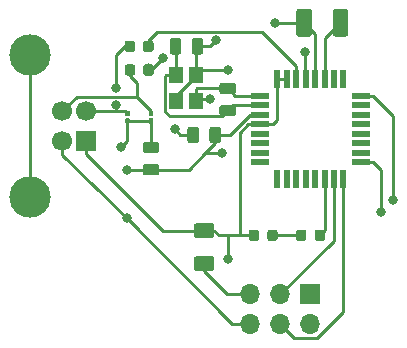
<source format=gbr>
G04 #@! TF.GenerationSoftware,KiCad,Pcbnew,(5.1.5-0-10_14)*
G04 #@! TF.CreationDate,2020-04-17T14:33:50+12:00*
G04 #@! TF.ProjectId,ZapierStompBox,5a617069-6572-4537-946f-6d70426f782e,rev?*
G04 #@! TF.SameCoordinates,Original*
G04 #@! TF.FileFunction,Copper,L1,Top*
G04 #@! TF.FilePolarity,Positive*
%FSLAX46Y46*%
G04 Gerber Fmt 4.6, Leading zero omitted, Abs format (unit mm)*
G04 Created by KiCad (PCBNEW (5.1.5-0-10_14)) date 2020-04-17 14:33:50*
%MOMM*%
%LPD*%
G04 APERTURE LIST*
%ADD10C,0.100000*%
%ADD11R,1.700000X1.700000*%
%ADD12C,1.700000*%
%ADD13C,3.500000*%
%ADD14O,1.700000X1.700000*%
%ADD15R,1.600000X0.550000*%
%ADD16R,0.550000X1.600000*%
%ADD17R,1.200000X1.400000*%
%ADD18C,0.800000*%
%ADD19C,0.250000*%
G04 APERTURE END LIST*
G04 #@! TA.AperFunction,SMDPad,CuDef*
D10*
G36*
X382649504Y57023796D02*
G01*
X382673773Y57020196D01*
X382697571Y57014235D01*
X382720671Y57005970D01*
X382742849Y56995480D01*
X382763893Y56982867D01*
X382783598Y56968253D01*
X382801777Y56951777D01*
X382818253Y56933598D01*
X382832867Y56913893D01*
X382845480Y56892849D01*
X382855970Y56870671D01*
X382864235Y56847571D01*
X382870196Y56823773D01*
X382873796Y56799504D01*
X382875000Y56775000D01*
X382875000Y56025000D01*
X382873796Y56000496D01*
X382870196Y55976227D01*
X382864235Y55952429D01*
X382855970Y55929329D01*
X382845480Y55907151D01*
X382832867Y55886107D01*
X382818253Y55866402D01*
X382801777Y55848223D01*
X382783598Y55831747D01*
X382763893Y55817133D01*
X382742849Y55804520D01*
X382720671Y55794030D01*
X382697571Y55785765D01*
X382673773Y55779804D01*
X382649504Y55776204D01*
X382625000Y55775000D01*
X381375000Y55775000D01*
X381350496Y55776204D01*
X381326227Y55779804D01*
X381302429Y55785765D01*
X381279329Y55794030D01*
X381257151Y55804520D01*
X381236107Y55817133D01*
X381216402Y55831747D01*
X381198223Y55848223D01*
X381181747Y55866402D01*
X381167133Y55886107D01*
X381154520Y55907151D01*
X381144030Y55929329D01*
X381135765Y55952429D01*
X381129804Y55976227D01*
X381126204Y56000496D01*
X381125000Y56025000D01*
X381125000Y56775000D01*
X381126204Y56799504D01*
X381129804Y56823773D01*
X381135765Y56847571D01*
X381144030Y56870671D01*
X381154520Y56892849D01*
X381167133Y56913893D01*
X381181747Y56933598D01*
X381198223Y56951777D01*
X381216402Y56968253D01*
X381236107Y56982867D01*
X381257151Y56995480D01*
X381279329Y57005970D01*
X381302429Y57014235D01*
X381326227Y57020196D01*
X381350496Y57023796D01*
X381375000Y57025000D01*
X382625000Y57025000D01*
X382649504Y57023796D01*
G37*
G04 #@! TD.AperFunction*
G04 #@! TA.AperFunction,SMDPad,CuDef*
G36*
X382649504Y54223796D02*
G01*
X382673773Y54220196D01*
X382697571Y54214235D01*
X382720671Y54205970D01*
X382742849Y54195480D01*
X382763893Y54182867D01*
X382783598Y54168253D01*
X382801777Y54151777D01*
X382818253Y54133598D01*
X382832867Y54113893D01*
X382845480Y54092849D01*
X382855970Y54070671D01*
X382864235Y54047571D01*
X382870196Y54023773D01*
X382873796Y53999504D01*
X382875000Y53975000D01*
X382875000Y53225000D01*
X382873796Y53200496D01*
X382870196Y53176227D01*
X382864235Y53152429D01*
X382855970Y53129329D01*
X382845480Y53107151D01*
X382832867Y53086107D01*
X382818253Y53066402D01*
X382801777Y53048223D01*
X382783598Y53031747D01*
X382763893Y53017133D01*
X382742849Y53004520D01*
X382720671Y52994030D01*
X382697571Y52985765D01*
X382673773Y52979804D01*
X382649504Y52976204D01*
X382625000Y52975000D01*
X381375000Y52975000D01*
X381350496Y52976204D01*
X381326227Y52979804D01*
X381302429Y52985765D01*
X381279329Y52994030D01*
X381257151Y53004520D01*
X381236107Y53017133D01*
X381216402Y53031747D01*
X381198223Y53048223D01*
X381181747Y53066402D01*
X381167133Y53086107D01*
X381154520Y53107151D01*
X381144030Y53129329D01*
X381135765Y53152429D01*
X381129804Y53176227D01*
X381126204Y53200496D01*
X381125000Y53225000D01*
X381125000Y53975000D01*
X381126204Y53999504D01*
X381129804Y54023773D01*
X381135765Y54047571D01*
X381144030Y54070671D01*
X381154520Y54092849D01*
X381167133Y54113893D01*
X381181747Y54133598D01*
X381198223Y54151777D01*
X381216402Y54168253D01*
X381236107Y54182867D01*
X381257151Y54195480D01*
X381279329Y54205970D01*
X381302429Y54214235D01*
X381326227Y54220196D01*
X381350496Y54223796D01*
X381375000Y54225000D01*
X382625000Y54225000D01*
X382649504Y54223796D01*
G37*
G04 #@! TD.AperFunction*
G04 #@! TA.AperFunction,SMDPad,CuDef*
G36*
X393974505Y75173796D02*
G01*
X393998773Y75170196D01*
X394022572Y75164235D01*
X394045671Y75155970D01*
X394067850Y75145480D01*
X394088893Y75132868D01*
X394108599Y75118253D01*
X394126777Y75101777D01*
X394143253Y75083599D01*
X394157868Y75063893D01*
X394170480Y75042850D01*
X394180970Y75020671D01*
X394189235Y74997572D01*
X394195196Y74973773D01*
X394198796Y74949505D01*
X394200000Y74925001D01*
X394200000Y73074999D01*
X394198796Y73050495D01*
X394195196Y73026227D01*
X394189235Y73002428D01*
X394180970Y72979329D01*
X394170480Y72957150D01*
X394157868Y72936107D01*
X394143253Y72916401D01*
X394126777Y72898223D01*
X394108599Y72881747D01*
X394088893Y72867132D01*
X394067850Y72854520D01*
X394045671Y72844030D01*
X394022572Y72835765D01*
X393998773Y72829804D01*
X393974505Y72826204D01*
X393950001Y72825000D01*
X393124999Y72825000D01*
X393100495Y72826204D01*
X393076227Y72829804D01*
X393052428Y72835765D01*
X393029329Y72844030D01*
X393007150Y72854520D01*
X392986107Y72867132D01*
X392966401Y72881747D01*
X392948223Y72898223D01*
X392931747Y72916401D01*
X392917132Y72936107D01*
X392904520Y72957150D01*
X392894030Y72979329D01*
X392885765Y73002428D01*
X392879804Y73026227D01*
X392876204Y73050495D01*
X392875000Y73074999D01*
X392875000Y74925001D01*
X392876204Y74949505D01*
X392879804Y74973773D01*
X392885765Y74997572D01*
X392894030Y75020671D01*
X392904520Y75042850D01*
X392917132Y75063893D01*
X392931747Y75083599D01*
X392948223Y75101777D01*
X392966401Y75118253D01*
X392986107Y75132868D01*
X393007150Y75145480D01*
X393029329Y75155970D01*
X393052428Y75164235D01*
X393076227Y75170196D01*
X393100495Y75173796D01*
X393124999Y75175000D01*
X393950001Y75175000D01*
X393974505Y75173796D01*
G37*
G04 #@! TD.AperFunction*
G04 #@! TA.AperFunction,SMDPad,CuDef*
G36*
X390899505Y75173796D02*
G01*
X390923773Y75170196D01*
X390947572Y75164235D01*
X390970671Y75155970D01*
X390992850Y75145480D01*
X391013893Y75132868D01*
X391033599Y75118253D01*
X391051777Y75101777D01*
X391068253Y75083599D01*
X391082868Y75063893D01*
X391095480Y75042850D01*
X391105970Y75020671D01*
X391114235Y74997572D01*
X391120196Y74973773D01*
X391123796Y74949505D01*
X391125000Y74925001D01*
X391125000Y73074999D01*
X391123796Y73050495D01*
X391120196Y73026227D01*
X391114235Y73002428D01*
X391105970Y72979329D01*
X391095480Y72957150D01*
X391082868Y72936107D01*
X391068253Y72916401D01*
X391051777Y72898223D01*
X391033599Y72881747D01*
X391013893Y72867132D01*
X390992850Y72854520D01*
X390970671Y72844030D01*
X390947572Y72835765D01*
X390923773Y72829804D01*
X390899505Y72826204D01*
X390875001Y72825000D01*
X390049999Y72825000D01*
X390025495Y72826204D01*
X390001227Y72829804D01*
X389977428Y72835765D01*
X389954329Y72844030D01*
X389932150Y72854520D01*
X389911107Y72867132D01*
X389891401Y72881747D01*
X389873223Y72898223D01*
X389856747Y72916401D01*
X389842132Y72936107D01*
X389829520Y72957150D01*
X389819030Y72979329D01*
X389810765Y73002428D01*
X389804804Y73026227D01*
X389801204Y73050495D01*
X389800000Y73074999D01*
X389800000Y74925001D01*
X389801204Y74949505D01*
X389804804Y74973773D01*
X389810765Y74997572D01*
X389819030Y75020671D01*
X389829520Y75042850D01*
X389842132Y75063893D01*
X389856747Y75083599D01*
X389873223Y75101777D01*
X389891401Y75118253D01*
X389911107Y75132868D01*
X389932150Y75145480D01*
X389954329Y75155970D01*
X389977428Y75164235D01*
X390001227Y75170196D01*
X390025495Y75173796D01*
X390049999Y75175000D01*
X390875001Y75175000D01*
X390899505Y75173796D01*
G37*
G04 #@! TD.AperFunction*
G04 #@! TA.AperFunction,SMDPad,CuDef*
G36*
X381330142Y65198826D02*
G01*
X381353803Y65195316D01*
X381377007Y65189504D01*
X381399529Y65181446D01*
X381421153Y65171218D01*
X381441670Y65158921D01*
X381460883Y65144671D01*
X381478607Y65128607D01*
X381494671Y65110883D01*
X381508921Y65091670D01*
X381521218Y65071153D01*
X381531446Y65049529D01*
X381539504Y65027007D01*
X381545316Y65003803D01*
X381548826Y64980142D01*
X381550000Y64956250D01*
X381550000Y64043750D01*
X381548826Y64019858D01*
X381545316Y63996197D01*
X381539504Y63972993D01*
X381531446Y63950471D01*
X381521218Y63928847D01*
X381508921Y63908330D01*
X381494671Y63889117D01*
X381478607Y63871393D01*
X381460883Y63855329D01*
X381441670Y63841079D01*
X381421153Y63828782D01*
X381399529Y63818554D01*
X381377007Y63810496D01*
X381353803Y63804684D01*
X381330142Y63801174D01*
X381306250Y63800000D01*
X380818750Y63800000D01*
X380794858Y63801174D01*
X380771197Y63804684D01*
X380747993Y63810496D01*
X380725471Y63818554D01*
X380703847Y63828782D01*
X380683330Y63841079D01*
X380664117Y63855329D01*
X380646393Y63871393D01*
X380630329Y63889117D01*
X380616079Y63908330D01*
X380603782Y63928847D01*
X380593554Y63950471D01*
X380585496Y63972993D01*
X380579684Y63996197D01*
X380576174Y64019858D01*
X380575000Y64043750D01*
X380575000Y64956250D01*
X380576174Y64980142D01*
X380579684Y65003803D01*
X380585496Y65027007D01*
X380593554Y65049529D01*
X380603782Y65071153D01*
X380616079Y65091670D01*
X380630329Y65110883D01*
X380646393Y65128607D01*
X380664117Y65144671D01*
X380683330Y65158921D01*
X380703847Y65171218D01*
X380725471Y65181446D01*
X380747993Y65189504D01*
X380771197Y65195316D01*
X380794858Y65198826D01*
X380818750Y65200000D01*
X381306250Y65200000D01*
X381330142Y65198826D01*
G37*
G04 #@! TD.AperFunction*
G04 #@! TA.AperFunction,SMDPad,CuDef*
G36*
X383205142Y65198826D02*
G01*
X383228803Y65195316D01*
X383252007Y65189504D01*
X383274529Y65181446D01*
X383296153Y65171218D01*
X383316670Y65158921D01*
X383335883Y65144671D01*
X383353607Y65128607D01*
X383369671Y65110883D01*
X383383921Y65091670D01*
X383396218Y65071153D01*
X383406446Y65049529D01*
X383414504Y65027007D01*
X383420316Y65003803D01*
X383423826Y64980142D01*
X383425000Y64956250D01*
X383425000Y64043750D01*
X383423826Y64019858D01*
X383420316Y63996197D01*
X383414504Y63972993D01*
X383406446Y63950471D01*
X383396218Y63928847D01*
X383383921Y63908330D01*
X383369671Y63889117D01*
X383353607Y63871393D01*
X383335883Y63855329D01*
X383316670Y63841079D01*
X383296153Y63828782D01*
X383274529Y63818554D01*
X383252007Y63810496D01*
X383228803Y63804684D01*
X383205142Y63801174D01*
X383181250Y63800000D01*
X382693750Y63800000D01*
X382669858Y63801174D01*
X382646197Y63804684D01*
X382622993Y63810496D01*
X382600471Y63818554D01*
X382578847Y63828782D01*
X382558330Y63841079D01*
X382539117Y63855329D01*
X382521393Y63871393D01*
X382505329Y63889117D01*
X382491079Y63908330D01*
X382478782Y63928847D01*
X382468554Y63950471D01*
X382460496Y63972993D01*
X382454684Y63996197D01*
X382451174Y64019858D01*
X382450000Y64043750D01*
X382450000Y64956250D01*
X382451174Y64980142D01*
X382454684Y65003803D01*
X382460496Y65027007D01*
X382468554Y65049529D01*
X382478782Y65071153D01*
X382491079Y65091670D01*
X382505329Y65110883D01*
X382521393Y65128607D01*
X382539117Y65144671D01*
X382558330Y65158921D01*
X382578847Y65171218D01*
X382600471Y65181446D01*
X382622993Y65189504D01*
X382646197Y65195316D01*
X382669858Y65198826D01*
X382693750Y65200000D01*
X383181250Y65200000D01*
X383205142Y65198826D01*
G37*
G04 #@! TD.AperFunction*
G04 #@! TA.AperFunction,SMDPad,CuDef*
G36*
X381705142Y72698826D02*
G01*
X381728803Y72695316D01*
X381752007Y72689504D01*
X381774529Y72681446D01*
X381796153Y72671218D01*
X381816670Y72658921D01*
X381835883Y72644671D01*
X381853607Y72628607D01*
X381869671Y72610883D01*
X381883921Y72591670D01*
X381896218Y72571153D01*
X381906446Y72549529D01*
X381914504Y72527007D01*
X381920316Y72503803D01*
X381923826Y72480142D01*
X381925000Y72456250D01*
X381925000Y71543750D01*
X381923826Y71519858D01*
X381920316Y71496197D01*
X381914504Y71472993D01*
X381906446Y71450471D01*
X381896218Y71428847D01*
X381883921Y71408330D01*
X381869671Y71389117D01*
X381853607Y71371393D01*
X381835883Y71355329D01*
X381816670Y71341079D01*
X381796153Y71328782D01*
X381774529Y71318554D01*
X381752007Y71310496D01*
X381728803Y71304684D01*
X381705142Y71301174D01*
X381681250Y71300000D01*
X381193750Y71300000D01*
X381169858Y71301174D01*
X381146197Y71304684D01*
X381122993Y71310496D01*
X381100471Y71318554D01*
X381078847Y71328782D01*
X381058330Y71341079D01*
X381039117Y71355329D01*
X381021393Y71371393D01*
X381005329Y71389117D01*
X380991079Y71408330D01*
X380978782Y71428847D01*
X380968554Y71450471D01*
X380960496Y71472993D01*
X380954684Y71496197D01*
X380951174Y71519858D01*
X380950000Y71543750D01*
X380950000Y72456250D01*
X380951174Y72480142D01*
X380954684Y72503803D01*
X380960496Y72527007D01*
X380968554Y72549529D01*
X380978782Y72571153D01*
X380991079Y72591670D01*
X381005329Y72610883D01*
X381021393Y72628607D01*
X381039117Y72644671D01*
X381058330Y72658921D01*
X381078847Y72671218D01*
X381100471Y72681446D01*
X381122993Y72689504D01*
X381146197Y72695316D01*
X381169858Y72698826D01*
X381193750Y72700000D01*
X381681250Y72700000D01*
X381705142Y72698826D01*
G37*
G04 #@! TD.AperFunction*
G04 #@! TA.AperFunction,SMDPad,CuDef*
G36*
X379830142Y72698826D02*
G01*
X379853803Y72695316D01*
X379877007Y72689504D01*
X379899529Y72681446D01*
X379921153Y72671218D01*
X379941670Y72658921D01*
X379960883Y72644671D01*
X379978607Y72628607D01*
X379994671Y72610883D01*
X380008921Y72591670D01*
X380021218Y72571153D01*
X380031446Y72549529D01*
X380039504Y72527007D01*
X380045316Y72503803D01*
X380048826Y72480142D01*
X380050000Y72456250D01*
X380050000Y71543750D01*
X380048826Y71519858D01*
X380045316Y71496197D01*
X380039504Y71472993D01*
X380031446Y71450471D01*
X380021218Y71428847D01*
X380008921Y71408330D01*
X379994671Y71389117D01*
X379978607Y71371393D01*
X379960883Y71355329D01*
X379941670Y71341079D01*
X379921153Y71328782D01*
X379899529Y71318554D01*
X379877007Y71310496D01*
X379853803Y71304684D01*
X379830142Y71301174D01*
X379806250Y71300000D01*
X379318750Y71300000D01*
X379294858Y71301174D01*
X379271197Y71304684D01*
X379247993Y71310496D01*
X379225471Y71318554D01*
X379203847Y71328782D01*
X379183330Y71341079D01*
X379164117Y71355329D01*
X379146393Y71371393D01*
X379130329Y71389117D01*
X379116079Y71408330D01*
X379103782Y71428847D01*
X379093554Y71450471D01*
X379085496Y71472993D01*
X379079684Y71496197D01*
X379076174Y71519858D01*
X379075000Y71543750D01*
X379075000Y72456250D01*
X379076174Y72480142D01*
X379079684Y72503803D01*
X379085496Y72527007D01*
X379093554Y72549529D01*
X379103782Y72571153D01*
X379116079Y72591670D01*
X379130329Y72610883D01*
X379146393Y72628607D01*
X379164117Y72644671D01*
X379183330Y72658921D01*
X379203847Y72671218D01*
X379225471Y72681446D01*
X379247993Y72689504D01*
X379271197Y72695316D01*
X379294858Y72698826D01*
X379318750Y72700000D01*
X379806250Y72700000D01*
X379830142Y72698826D01*
G37*
G04 #@! TD.AperFunction*
G04 #@! TA.AperFunction,SMDPad,CuDef*
G36*
X392027691Y56473947D02*
G01*
X392048926Y56470797D01*
X392069750Y56465581D01*
X392089962Y56458349D01*
X392109368Y56449170D01*
X392127781Y56438134D01*
X392145024Y56425346D01*
X392160930Y56410930D01*
X392175346Y56395024D01*
X392188134Y56377781D01*
X392199170Y56359368D01*
X392208349Y56339962D01*
X392215581Y56319750D01*
X392220797Y56298926D01*
X392223947Y56277691D01*
X392225000Y56256250D01*
X392225000Y55743750D01*
X392223947Y55722309D01*
X392220797Y55701074D01*
X392215581Y55680250D01*
X392208349Y55660038D01*
X392199170Y55640632D01*
X392188134Y55622219D01*
X392175346Y55604976D01*
X392160930Y55589070D01*
X392145024Y55574654D01*
X392127781Y55561866D01*
X392109368Y55550830D01*
X392089962Y55541651D01*
X392069750Y55534419D01*
X392048926Y55529203D01*
X392027691Y55526053D01*
X392006250Y55525000D01*
X391568750Y55525000D01*
X391547309Y55526053D01*
X391526074Y55529203D01*
X391505250Y55534419D01*
X391485038Y55541651D01*
X391465632Y55550830D01*
X391447219Y55561866D01*
X391429976Y55574654D01*
X391414070Y55589070D01*
X391399654Y55604976D01*
X391386866Y55622219D01*
X391375830Y55640632D01*
X391366651Y55660038D01*
X391359419Y55680250D01*
X391354203Y55701074D01*
X391351053Y55722309D01*
X391350000Y55743750D01*
X391350000Y56256250D01*
X391351053Y56277691D01*
X391354203Y56298926D01*
X391359419Y56319750D01*
X391366651Y56339962D01*
X391375830Y56359368D01*
X391386866Y56377781D01*
X391399654Y56395024D01*
X391414070Y56410930D01*
X391429976Y56425346D01*
X391447219Y56438134D01*
X391465632Y56449170D01*
X391485038Y56458349D01*
X391505250Y56465581D01*
X391526074Y56470797D01*
X391547309Y56473947D01*
X391568750Y56475000D01*
X392006250Y56475000D01*
X392027691Y56473947D01*
G37*
G04 #@! TD.AperFunction*
G04 #@! TA.AperFunction,SMDPad,CuDef*
G36*
X390452691Y56473947D02*
G01*
X390473926Y56470797D01*
X390494750Y56465581D01*
X390514962Y56458349D01*
X390534368Y56449170D01*
X390552781Y56438134D01*
X390570024Y56425346D01*
X390585930Y56410930D01*
X390600346Y56395024D01*
X390613134Y56377781D01*
X390624170Y56359368D01*
X390633349Y56339962D01*
X390640581Y56319750D01*
X390645797Y56298926D01*
X390648947Y56277691D01*
X390650000Y56256250D01*
X390650000Y55743750D01*
X390648947Y55722309D01*
X390645797Y55701074D01*
X390640581Y55680250D01*
X390633349Y55660038D01*
X390624170Y55640632D01*
X390613134Y55622219D01*
X390600346Y55604976D01*
X390585930Y55589070D01*
X390570024Y55574654D01*
X390552781Y55561866D01*
X390534368Y55550830D01*
X390514962Y55541651D01*
X390494750Y55534419D01*
X390473926Y55529203D01*
X390452691Y55526053D01*
X390431250Y55525000D01*
X389993750Y55525000D01*
X389972309Y55526053D01*
X389951074Y55529203D01*
X389930250Y55534419D01*
X389910038Y55541651D01*
X389890632Y55550830D01*
X389872219Y55561866D01*
X389854976Y55574654D01*
X389839070Y55589070D01*
X389824654Y55604976D01*
X389811866Y55622219D01*
X389800830Y55640632D01*
X389791651Y55660038D01*
X389784419Y55680250D01*
X389779203Y55701074D01*
X389776053Y55722309D01*
X389775000Y55743750D01*
X389775000Y56256250D01*
X389776053Y56277691D01*
X389779203Y56298926D01*
X389784419Y56319750D01*
X389791651Y56339962D01*
X389800830Y56359368D01*
X389811866Y56377781D01*
X389824654Y56395024D01*
X389839070Y56410930D01*
X389854976Y56425346D01*
X389872219Y56438134D01*
X389890632Y56449170D01*
X389910038Y56458349D01*
X389930250Y56465581D01*
X389951074Y56470797D01*
X389972309Y56473947D01*
X389993750Y56475000D01*
X390431250Y56475000D01*
X390452691Y56473947D01*
G37*
G04 #@! TD.AperFunction*
G04 #@! TA.AperFunction,SMDPad,CuDef*
G36*
X375609802Y65909518D02*
G01*
X375619509Y65908079D01*
X375629028Y65905694D01*
X375638268Y65902388D01*
X375647140Y65898192D01*
X375655557Y65893147D01*
X375663439Y65887301D01*
X375670711Y65880711D01*
X375677301Y65873439D01*
X375683147Y65865557D01*
X375688192Y65857140D01*
X375692388Y65848268D01*
X375695694Y65839028D01*
X375698079Y65829509D01*
X375699518Y65819802D01*
X375700000Y65810000D01*
X375700000Y65550000D01*
X375699518Y65540198D01*
X375698079Y65530491D01*
X375695694Y65520972D01*
X375692388Y65511732D01*
X375688192Y65502860D01*
X375683147Y65494443D01*
X375677301Y65486561D01*
X375670711Y65479289D01*
X375663439Y65472699D01*
X375655557Y65466853D01*
X375647140Y65461808D01*
X375638268Y65457612D01*
X375629028Y65454306D01*
X375619509Y65451921D01*
X375609802Y65450482D01*
X375600000Y65450000D01*
X375400000Y65450000D01*
X375390198Y65450482D01*
X375380491Y65451921D01*
X375370972Y65454306D01*
X375361732Y65457612D01*
X375352860Y65461808D01*
X375344443Y65466853D01*
X375336561Y65472699D01*
X375329289Y65479289D01*
X375322699Y65486561D01*
X375316853Y65494443D01*
X375311808Y65502860D01*
X375307612Y65511732D01*
X375304306Y65520972D01*
X375301921Y65530491D01*
X375300482Y65540198D01*
X375300000Y65550000D01*
X375300000Y65810000D01*
X375300482Y65819802D01*
X375301921Y65829509D01*
X375304306Y65839028D01*
X375307612Y65848268D01*
X375311808Y65857140D01*
X375316853Y65865557D01*
X375322699Y65873439D01*
X375329289Y65880711D01*
X375336561Y65887301D01*
X375344443Y65893147D01*
X375352860Y65898192D01*
X375361732Y65902388D01*
X375370972Y65905694D01*
X375380491Y65908079D01*
X375390198Y65909518D01*
X375400000Y65910000D01*
X375600000Y65910000D01*
X375609802Y65909518D01*
G37*
G04 #@! TD.AperFunction*
G04 #@! TA.AperFunction,SMDPad,CuDef*
G36*
X375609802Y66549518D02*
G01*
X375619509Y66548079D01*
X375629028Y66545694D01*
X375638268Y66542388D01*
X375647140Y66538192D01*
X375655557Y66533147D01*
X375663439Y66527301D01*
X375670711Y66520711D01*
X375677301Y66513439D01*
X375683147Y66505557D01*
X375688192Y66497140D01*
X375692388Y66488268D01*
X375695694Y66479028D01*
X375698079Y66469509D01*
X375699518Y66459802D01*
X375700000Y66450000D01*
X375700000Y66190000D01*
X375699518Y66180198D01*
X375698079Y66170491D01*
X375695694Y66160972D01*
X375692388Y66151732D01*
X375688192Y66142860D01*
X375683147Y66134443D01*
X375677301Y66126561D01*
X375670711Y66119289D01*
X375663439Y66112699D01*
X375655557Y66106853D01*
X375647140Y66101808D01*
X375638268Y66097612D01*
X375629028Y66094306D01*
X375619509Y66091921D01*
X375609802Y66090482D01*
X375600000Y66090000D01*
X375400000Y66090000D01*
X375390198Y66090482D01*
X375380491Y66091921D01*
X375370972Y66094306D01*
X375361732Y66097612D01*
X375352860Y66101808D01*
X375344443Y66106853D01*
X375336561Y66112699D01*
X375329289Y66119289D01*
X375322699Y66126561D01*
X375316853Y66134443D01*
X375311808Y66142860D01*
X375307612Y66151732D01*
X375304306Y66160972D01*
X375301921Y66170491D01*
X375300482Y66180198D01*
X375300000Y66190000D01*
X375300000Y66450000D01*
X375300482Y66459802D01*
X375301921Y66469509D01*
X375304306Y66479028D01*
X375307612Y66488268D01*
X375311808Y66497140D01*
X375316853Y66505557D01*
X375322699Y66513439D01*
X375329289Y66520711D01*
X375336561Y66527301D01*
X375344443Y66533147D01*
X375352860Y66538192D01*
X375361732Y66542388D01*
X375370972Y66545694D01*
X375380491Y66548079D01*
X375390198Y66549518D01*
X375400000Y66550000D01*
X375600000Y66550000D01*
X375609802Y66549518D01*
G37*
G04 #@! TD.AperFunction*
G04 #@! TA.AperFunction,SMDPad,CuDef*
G36*
X377609802Y66549518D02*
G01*
X377619509Y66548079D01*
X377629028Y66545694D01*
X377638268Y66542388D01*
X377647140Y66538192D01*
X377655557Y66533147D01*
X377663439Y66527301D01*
X377670711Y66520711D01*
X377677301Y66513439D01*
X377683147Y66505557D01*
X377688192Y66497140D01*
X377692388Y66488268D01*
X377695694Y66479028D01*
X377698079Y66469509D01*
X377699518Y66459802D01*
X377700000Y66450000D01*
X377700000Y66190000D01*
X377699518Y66180198D01*
X377698079Y66170491D01*
X377695694Y66160972D01*
X377692388Y66151732D01*
X377688192Y66142860D01*
X377683147Y66134443D01*
X377677301Y66126561D01*
X377670711Y66119289D01*
X377663439Y66112699D01*
X377655557Y66106853D01*
X377647140Y66101808D01*
X377638268Y66097612D01*
X377629028Y66094306D01*
X377619509Y66091921D01*
X377609802Y66090482D01*
X377600000Y66090000D01*
X377400000Y66090000D01*
X377390198Y66090482D01*
X377380491Y66091921D01*
X377370972Y66094306D01*
X377361732Y66097612D01*
X377352860Y66101808D01*
X377344443Y66106853D01*
X377336561Y66112699D01*
X377329289Y66119289D01*
X377322699Y66126561D01*
X377316853Y66134443D01*
X377311808Y66142860D01*
X377307612Y66151732D01*
X377304306Y66160972D01*
X377301921Y66170491D01*
X377300482Y66180198D01*
X377300000Y66190000D01*
X377300000Y66450000D01*
X377300482Y66459802D01*
X377301921Y66469509D01*
X377304306Y66479028D01*
X377307612Y66488268D01*
X377311808Y66497140D01*
X377316853Y66505557D01*
X377322699Y66513439D01*
X377329289Y66520711D01*
X377336561Y66527301D01*
X377344443Y66533147D01*
X377352860Y66538192D01*
X377361732Y66542388D01*
X377370972Y66545694D01*
X377380491Y66548079D01*
X377390198Y66549518D01*
X377400000Y66550000D01*
X377600000Y66550000D01*
X377609802Y66549518D01*
G37*
G04 #@! TD.AperFunction*
G04 #@! TA.AperFunction,SMDPad,CuDef*
G36*
X377609802Y65909518D02*
G01*
X377619509Y65908079D01*
X377629028Y65905694D01*
X377638268Y65902388D01*
X377647140Y65898192D01*
X377655557Y65893147D01*
X377663439Y65887301D01*
X377670711Y65880711D01*
X377677301Y65873439D01*
X377683147Y65865557D01*
X377688192Y65857140D01*
X377692388Y65848268D01*
X377695694Y65839028D01*
X377698079Y65829509D01*
X377699518Y65819802D01*
X377700000Y65810000D01*
X377700000Y65550000D01*
X377699518Y65540198D01*
X377698079Y65530491D01*
X377695694Y65520972D01*
X377692388Y65511732D01*
X377688192Y65502860D01*
X377683147Y65494443D01*
X377677301Y65486561D01*
X377670711Y65479289D01*
X377663439Y65472699D01*
X377655557Y65466853D01*
X377647140Y65461808D01*
X377638268Y65457612D01*
X377629028Y65454306D01*
X377619509Y65451921D01*
X377609802Y65450482D01*
X377600000Y65450000D01*
X377400000Y65450000D01*
X377390198Y65450482D01*
X377380491Y65451921D01*
X377370972Y65454306D01*
X377361732Y65457612D01*
X377352860Y65461808D01*
X377344443Y65466853D01*
X377336561Y65472699D01*
X377329289Y65479289D01*
X377322699Y65486561D01*
X377316853Y65494443D01*
X377311808Y65502860D01*
X377307612Y65511732D01*
X377304306Y65520972D01*
X377301921Y65530491D01*
X377300482Y65540198D01*
X377300000Y65550000D01*
X377300000Y65810000D01*
X377300482Y65819802D01*
X377301921Y65829509D01*
X377304306Y65839028D01*
X377307612Y65848268D01*
X377311808Y65857140D01*
X377316853Y65865557D01*
X377322699Y65873439D01*
X377329289Y65880711D01*
X377336561Y65887301D01*
X377344443Y65893147D01*
X377352860Y65898192D01*
X377361732Y65902388D01*
X377370972Y65905694D01*
X377380491Y65908079D01*
X377390198Y65909518D01*
X377400000Y65910000D01*
X377600000Y65910000D01*
X377609802Y65909518D01*
G37*
G04 #@! TD.AperFunction*
G04 #@! TA.AperFunction,SMDPad,CuDef*
G36*
X377980142Y63923826D02*
G01*
X378003803Y63920316D01*
X378027007Y63914504D01*
X378049529Y63906446D01*
X378071153Y63896218D01*
X378091670Y63883921D01*
X378110883Y63869671D01*
X378128607Y63853607D01*
X378144671Y63835883D01*
X378158921Y63816670D01*
X378171218Y63796153D01*
X378181446Y63774529D01*
X378189504Y63752007D01*
X378195316Y63728803D01*
X378198826Y63705142D01*
X378200000Y63681250D01*
X378200000Y63193750D01*
X378198826Y63169858D01*
X378195316Y63146197D01*
X378189504Y63122993D01*
X378181446Y63100471D01*
X378171218Y63078847D01*
X378158921Y63058330D01*
X378144671Y63039117D01*
X378128607Y63021393D01*
X378110883Y63005329D01*
X378091670Y62991079D01*
X378071153Y62978782D01*
X378049529Y62968554D01*
X378027007Y62960496D01*
X378003803Y62954684D01*
X377980142Y62951174D01*
X377956250Y62950000D01*
X377043750Y62950000D01*
X377019858Y62951174D01*
X376996197Y62954684D01*
X376972993Y62960496D01*
X376950471Y62968554D01*
X376928847Y62978782D01*
X376908330Y62991079D01*
X376889117Y63005329D01*
X376871393Y63021393D01*
X376855329Y63039117D01*
X376841079Y63058330D01*
X376828782Y63078847D01*
X376818554Y63100471D01*
X376810496Y63122993D01*
X376804684Y63146197D01*
X376801174Y63169858D01*
X376800000Y63193750D01*
X376800000Y63681250D01*
X376801174Y63705142D01*
X376804684Y63728803D01*
X376810496Y63752007D01*
X376818554Y63774529D01*
X376828782Y63796153D01*
X376841079Y63816670D01*
X376855329Y63835883D01*
X376871393Y63853607D01*
X376889117Y63869671D01*
X376908330Y63883921D01*
X376928847Y63896218D01*
X376950471Y63906446D01*
X376972993Y63914504D01*
X376996197Y63920316D01*
X377019858Y63923826D01*
X377043750Y63925000D01*
X377956250Y63925000D01*
X377980142Y63923826D01*
G37*
G04 #@! TD.AperFunction*
G04 #@! TA.AperFunction,SMDPad,CuDef*
G36*
X377980142Y62048826D02*
G01*
X378003803Y62045316D01*
X378027007Y62039504D01*
X378049529Y62031446D01*
X378071153Y62021218D01*
X378091670Y62008921D01*
X378110883Y61994671D01*
X378128607Y61978607D01*
X378144671Y61960883D01*
X378158921Y61941670D01*
X378171218Y61921153D01*
X378181446Y61899529D01*
X378189504Y61877007D01*
X378195316Y61853803D01*
X378198826Y61830142D01*
X378200000Y61806250D01*
X378200000Y61318750D01*
X378198826Y61294858D01*
X378195316Y61271197D01*
X378189504Y61247993D01*
X378181446Y61225471D01*
X378171218Y61203847D01*
X378158921Y61183330D01*
X378144671Y61164117D01*
X378128607Y61146393D01*
X378110883Y61130329D01*
X378091670Y61116079D01*
X378071153Y61103782D01*
X378049529Y61093554D01*
X378027007Y61085496D01*
X378003803Y61079684D01*
X377980142Y61076174D01*
X377956250Y61075000D01*
X377043750Y61075000D01*
X377019858Y61076174D01*
X376996197Y61079684D01*
X376972993Y61085496D01*
X376950471Y61093554D01*
X376928847Y61103782D01*
X376908330Y61116079D01*
X376889117Y61130329D01*
X376871393Y61146393D01*
X376855329Y61164117D01*
X376841079Y61183330D01*
X376828782Y61203847D01*
X376818554Y61225471D01*
X376810496Y61247993D01*
X376804684Y61271197D01*
X376801174Y61294858D01*
X376800000Y61318750D01*
X376800000Y61806250D01*
X376801174Y61830142D01*
X376804684Y61853803D01*
X376810496Y61877007D01*
X376818554Y61899529D01*
X376828782Y61921153D01*
X376841079Y61941670D01*
X376855329Y61960883D01*
X376871393Y61978607D01*
X376889117Y61994671D01*
X376908330Y62008921D01*
X376928847Y62021218D01*
X376950471Y62031446D01*
X376972993Y62039504D01*
X376996197Y62045316D01*
X377019858Y62048826D01*
X377043750Y62050000D01*
X377956250Y62050000D01*
X377980142Y62048826D01*
G37*
G04 #@! TD.AperFunction*
D11*
X372000000Y64000000D03*
D12*
X372000000Y66500000D03*
X370000000Y66500000D03*
X370000000Y64000000D03*
D13*
X367290000Y59230000D03*
X367290000Y71270000D03*
D11*
X391000000Y51000000D03*
D14*
X391000000Y48460000D03*
X388460000Y51000000D03*
X388460000Y48460000D03*
X385920000Y51000000D03*
X385920000Y48460000D03*
G04 #@! TA.AperFunction,SMDPad,CuDef*
D10*
G36*
X386452691Y56473947D02*
G01*
X386473926Y56470797D01*
X386494750Y56465581D01*
X386514962Y56458349D01*
X386534368Y56449170D01*
X386552781Y56438134D01*
X386570024Y56425346D01*
X386585930Y56410930D01*
X386600346Y56395024D01*
X386613134Y56377781D01*
X386624170Y56359368D01*
X386633349Y56339962D01*
X386640581Y56319750D01*
X386645797Y56298926D01*
X386648947Y56277691D01*
X386650000Y56256250D01*
X386650000Y55743750D01*
X386648947Y55722309D01*
X386645797Y55701074D01*
X386640581Y55680250D01*
X386633349Y55660038D01*
X386624170Y55640632D01*
X386613134Y55622219D01*
X386600346Y55604976D01*
X386585930Y55589070D01*
X386570024Y55574654D01*
X386552781Y55561866D01*
X386534368Y55550830D01*
X386514962Y55541651D01*
X386494750Y55534419D01*
X386473926Y55529203D01*
X386452691Y55526053D01*
X386431250Y55525000D01*
X385993750Y55525000D01*
X385972309Y55526053D01*
X385951074Y55529203D01*
X385930250Y55534419D01*
X385910038Y55541651D01*
X385890632Y55550830D01*
X385872219Y55561866D01*
X385854976Y55574654D01*
X385839070Y55589070D01*
X385824654Y55604976D01*
X385811866Y55622219D01*
X385800830Y55640632D01*
X385791651Y55660038D01*
X385784419Y55680250D01*
X385779203Y55701074D01*
X385776053Y55722309D01*
X385775000Y55743750D01*
X385775000Y56256250D01*
X385776053Y56277691D01*
X385779203Y56298926D01*
X385784419Y56319750D01*
X385791651Y56339962D01*
X385800830Y56359368D01*
X385811866Y56377781D01*
X385824654Y56395024D01*
X385839070Y56410930D01*
X385854976Y56425346D01*
X385872219Y56438134D01*
X385890632Y56449170D01*
X385910038Y56458349D01*
X385930250Y56465581D01*
X385951074Y56470797D01*
X385972309Y56473947D01*
X385993750Y56475000D01*
X386431250Y56475000D01*
X386452691Y56473947D01*
G37*
G04 #@! TD.AperFunction*
G04 #@! TA.AperFunction,SMDPad,CuDef*
G36*
X388027691Y56473947D02*
G01*
X388048926Y56470797D01*
X388069750Y56465581D01*
X388089962Y56458349D01*
X388109368Y56449170D01*
X388127781Y56438134D01*
X388145024Y56425346D01*
X388160930Y56410930D01*
X388175346Y56395024D01*
X388188134Y56377781D01*
X388199170Y56359368D01*
X388208349Y56339962D01*
X388215581Y56319750D01*
X388220797Y56298926D01*
X388223947Y56277691D01*
X388225000Y56256250D01*
X388225000Y55743750D01*
X388223947Y55722309D01*
X388220797Y55701074D01*
X388215581Y55680250D01*
X388208349Y55660038D01*
X388199170Y55640632D01*
X388188134Y55622219D01*
X388175346Y55604976D01*
X388160930Y55589070D01*
X388145024Y55574654D01*
X388127781Y55561866D01*
X388109368Y55550830D01*
X388089962Y55541651D01*
X388069750Y55534419D01*
X388048926Y55529203D01*
X388027691Y55526053D01*
X388006250Y55525000D01*
X387568750Y55525000D01*
X387547309Y55526053D01*
X387526074Y55529203D01*
X387505250Y55534419D01*
X387485038Y55541651D01*
X387465632Y55550830D01*
X387447219Y55561866D01*
X387429976Y55574654D01*
X387414070Y55589070D01*
X387399654Y55604976D01*
X387386866Y55622219D01*
X387375830Y55640632D01*
X387366651Y55660038D01*
X387359419Y55680250D01*
X387354203Y55701074D01*
X387351053Y55722309D01*
X387350000Y55743750D01*
X387350000Y56256250D01*
X387351053Y56277691D01*
X387354203Y56298926D01*
X387359419Y56319750D01*
X387366651Y56339962D01*
X387375830Y56359368D01*
X387386866Y56377781D01*
X387399654Y56395024D01*
X387414070Y56410930D01*
X387429976Y56425346D01*
X387447219Y56438134D01*
X387465632Y56449170D01*
X387485038Y56458349D01*
X387505250Y56465581D01*
X387526074Y56470797D01*
X387547309Y56473947D01*
X387568750Y56475000D01*
X388006250Y56475000D01*
X388027691Y56473947D01*
G37*
G04 #@! TD.AperFunction*
G04 #@! TA.AperFunction,SMDPad,CuDef*
G36*
X375952691Y70473947D02*
G01*
X375973926Y70470797D01*
X375994750Y70465581D01*
X376014962Y70458349D01*
X376034368Y70449170D01*
X376052781Y70438134D01*
X376070024Y70425346D01*
X376085930Y70410930D01*
X376100346Y70395024D01*
X376113134Y70377781D01*
X376124170Y70359368D01*
X376133349Y70339962D01*
X376140581Y70319750D01*
X376145797Y70298926D01*
X376148947Y70277691D01*
X376150000Y70256250D01*
X376150000Y69743750D01*
X376148947Y69722309D01*
X376145797Y69701074D01*
X376140581Y69680250D01*
X376133349Y69660038D01*
X376124170Y69640632D01*
X376113134Y69622219D01*
X376100346Y69604976D01*
X376085930Y69589070D01*
X376070024Y69574654D01*
X376052781Y69561866D01*
X376034368Y69550830D01*
X376014962Y69541651D01*
X375994750Y69534419D01*
X375973926Y69529203D01*
X375952691Y69526053D01*
X375931250Y69525000D01*
X375493750Y69525000D01*
X375472309Y69526053D01*
X375451074Y69529203D01*
X375430250Y69534419D01*
X375410038Y69541651D01*
X375390632Y69550830D01*
X375372219Y69561866D01*
X375354976Y69574654D01*
X375339070Y69589070D01*
X375324654Y69604976D01*
X375311866Y69622219D01*
X375300830Y69640632D01*
X375291651Y69660038D01*
X375284419Y69680250D01*
X375279203Y69701074D01*
X375276053Y69722309D01*
X375275000Y69743750D01*
X375275000Y70256250D01*
X375276053Y70277691D01*
X375279203Y70298926D01*
X375284419Y70319750D01*
X375291651Y70339962D01*
X375300830Y70359368D01*
X375311866Y70377781D01*
X375324654Y70395024D01*
X375339070Y70410930D01*
X375354976Y70425346D01*
X375372219Y70438134D01*
X375390632Y70449170D01*
X375410038Y70458349D01*
X375430250Y70465581D01*
X375451074Y70470797D01*
X375472309Y70473947D01*
X375493750Y70475000D01*
X375931250Y70475000D01*
X375952691Y70473947D01*
G37*
G04 #@! TD.AperFunction*
G04 #@! TA.AperFunction,SMDPad,CuDef*
G36*
X377527691Y70473947D02*
G01*
X377548926Y70470797D01*
X377569750Y70465581D01*
X377589962Y70458349D01*
X377609368Y70449170D01*
X377627781Y70438134D01*
X377645024Y70425346D01*
X377660930Y70410930D01*
X377675346Y70395024D01*
X377688134Y70377781D01*
X377699170Y70359368D01*
X377708349Y70339962D01*
X377715581Y70319750D01*
X377720797Y70298926D01*
X377723947Y70277691D01*
X377725000Y70256250D01*
X377725000Y69743750D01*
X377723947Y69722309D01*
X377720797Y69701074D01*
X377715581Y69680250D01*
X377708349Y69660038D01*
X377699170Y69640632D01*
X377688134Y69622219D01*
X377675346Y69604976D01*
X377660930Y69589070D01*
X377645024Y69574654D01*
X377627781Y69561866D01*
X377609368Y69550830D01*
X377589962Y69541651D01*
X377569750Y69534419D01*
X377548926Y69529203D01*
X377527691Y69526053D01*
X377506250Y69525000D01*
X377068750Y69525000D01*
X377047309Y69526053D01*
X377026074Y69529203D01*
X377005250Y69534419D01*
X376985038Y69541651D01*
X376965632Y69550830D01*
X376947219Y69561866D01*
X376929976Y69574654D01*
X376914070Y69589070D01*
X376899654Y69604976D01*
X376886866Y69622219D01*
X376875830Y69640632D01*
X376866651Y69660038D01*
X376859419Y69680250D01*
X376854203Y69701074D01*
X376851053Y69722309D01*
X376850000Y69743750D01*
X376850000Y70256250D01*
X376851053Y70277691D01*
X376854203Y70298926D01*
X376859419Y70319750D01*
X376866651Y70339962D01*
X376875830Y70359368D01*
X376886866Y70377781D01*
X376899654Y70395024D01*
X376914070Y70410930D01*
X376929976Y70425346D01*
X376947219Y70438134D01*
X376965632Y70449170D01*
X376985038Y70458349D01*
X377005250Y70465581D01*
X377026074Y70470797D01*
X377047309Y70473947D01*
X377068750Y70475000D01*
X377506250Y70475000D01*
X377527691Y70473947D01*
G37*
G04 #@! TD.AperFunction*
G04 #@! TA.AperFunction,SMDPad,CuDef*
G36*
X377527691Y72473947D02*
G01*
X377548926Y72470797D01*
X377569750Y72465581D01*
X377589962Y72458349D01*
X377609368Y72449170D01*
X377627781Y72438134D01*
X377645024Y72425346D01*
X377660930Y72410930D01*
X377675346Y72395024D01*
X377688134Y72377781D01*
X377699170Y72359368D01*
X377708349Y72339962D01*
X377715581Y72319750D01*
X377720797Y72298926D01*
X377723947Y72277691D01*
X377725000Y72256250D01*
X377725000Y71743750D01*
X377723947Y71722309D01*
X377720797Y71701074D01*
X377715581Y71680250D01*
X377708349Y71660038D01*
X377699170Y71640632D01*
X377688134Y71622219D01*
X377675346Y71604976D01*
X377660930Y71589070D01*
X377645024Y71574654D01*
X377627781Y71561866D01*
X377609368Y71550830D01*
X377589962Y71541651D01*
X377569750Y71534419D01*
X377548926Y71529203D01*
X377527691Y71526053D01*
X377506250Y71525000D01*
X377068750Y71525000D01*
X377047309Y71526053D01*
X377026074Y71529203D01*
X377005250Y71534419D01*
X376985038Y71541651D01*
X376965632Y71550830D01*
X376947219Y71561866D01*
X376929976Y71574654D01*
X376914070Y71589070D01*
X376899654Y71604976D01*
X376886866Y71622219D01*
X376875830Y71640632D01*
X376866651Y71660038D01*
X376859419Y71680250D01*
X376854203Y71701074D01*
X376851053Y71722309D01*
X376850000Y71743750D01*
X376850000Y72256250D01*
X376851053Y72277691D01*
X376854203Y72298926D01*
X376859419Y72319750D01*
X376866651Y72339962D01*
X376875830Y72359368D01*
X376886866Y72377781D01*
X376899654Y72395024D01*
X376914070Y72410930D01*
X376929976Y72425346D01*
X376947219Y72438134D01*
X376965632Y72449170D01*
X376985038Y72458349D01*
X377005250Y72465581D01*
X377026074Y72470797D01*
X377047309Y72473947D01*
X377068750Y72475000D01*
X377506250Y72475000D01*
X377527691Y72473947D01*
G37*
G04 #@! TD.AperFunction*
G04 #@! TA.AperFunction,SMDPad,CuDef*
G36*
X375952691Y72473947D02*
G01*
X375973926Y72470797D01*
X375994750Y72465581D01*
X376014962Y72458349D01*
X376034368Y72449170D01*
X376052781Y72438134D01*
X376070024Y72425346D01*
X376085930Y72410930D01*
X376100346Y72395024D01*
X376113134Y72377781D01*
X376124170Y72359368D01*
X376133349Y72339962D01*
X376140581Y72319750D01*
X376145797Y72298926D01*
X376148947Y72277691D01*
X376150000Y72256250D01*
X376150000Y71743750D01*
X376148947Y71722309D01*
X376145797Y71701074D01*
X376140581Y71680250D01*
X376133349Y71660038D01*
X376124170Y71640632D01*
X376113134Y71622219D01*
X376100346Y71604976D01*
X376085930Y71589070D01*
X376070024Y71574654D01*
X376052781Y71561866D01*
X376034368Y71550830D01*
X376014962Y71541651D01*
X375994750Y71534419D01*
X375973926Y71529203D01*
X375952691Y71526053D01*
X375931250Y71525000D01*
X375493750Y71525000D01*
X375472309Y71526053D01*
X375451074Y71529203D01*
X375430250Y71534419D01*
X375410038Y71541651D01*
X375390632Y71550830D01*
X375372219Y71561866D01*
X375354976Y71574654D01*
X375339070Y71589070D01*
X375324654Y71604976D01*
X375311866Y71622219D01*
X375300830Y71640632D01*
X375291651Y71660038D01*
X375284419Y71680250D01*
X375279203Y71701074D01*
X375276053Y71722309D01*
X375275000Y71743750D01*
X375275000Y72256250D01*
X375276053Y72277691D01*
X375279203Y72298926D01*
X375284419Y72319750D01*
X375291651Y72339962D01*
X375300830Y72359368D01*
X375311866Y72377781D01*
X375324654Y72395024D01*
X375339070Y72410930D01*
X375354976Y72425346D01*
X375372219Y72438134D01*
X375390632Y72449170D01*
X375410038Y72458349D01*
X375430250Y72465581D01*
X375451074Y72470797D01*
X375472309Y72473947D01*
X375493750Y72475000D01*
X375931250Y72475000D01*
X375952691Y72473947D01*
G37*
G04 #@! TD.AperFunction*
G04 #@! TA.AperFunction,SMDPad,CuDef*
G36*
X384480142Y68923826D02*
G01*
X384503803Y68920316D01*
X384527007Y68914504D01*
X384549529Y68906446D01*
X384571153Y68896218D01*
X384591670Y68883921D01*
X384610883Y68869671D01*
X384628607Y68853607D01*
X384644671Y68835883D01*
X384658921Y68816670D01*
X384671218Y68796153D01*
X384681446Y68774529D01*
X384689504Y68752007D01*
X384695316Y68728803D01*
X384698826Y68705142D01*
X384700000Y68681250D01*
X384700000Y68193750D01*
X384698826Y68169858D01*
X384695316Y68146197D01*
X384689504Y68122993D01*
X384681446Y68100471D01*
X384671218Y68078847D01*
X384658921Y68058330D01*
X384644671Y68039117D01*
X384628607Y68021393D01*
X384610883Y68005329D01*
X384591670Y67991079D01*
X384571153Y67978782D01*
X384549529Y67968554D01*
X384527007Y67960496D01*
X384503803Y67954684D01*
X384480142Y67951174D01*
X384456250Y67950000D01*
X383543750Y67950000D01*
X383519858Y67951174D01*
X383496197Y67954684D01*
X383472993Y67960496D01*
X383450471Y67968554D01*
X383428847Y67978782D01*
X383408330Y67991079D01*
X383389117Y68005329D01*
X383371393Y68021393D01*
X383355329Y68039117D01*
X383341079Y68058330D01*
X383328782Y68078847D01*
X383318554Y68100471D01*
X383310496Y68122993D01*
X383304684Y68146197D01*
X383301174Y68169858D01*
X383300000Y68193750D01*
X383300000Y68681250D01*
X383301174Y68705142D01*
X383304684Y68728803D01*
X383310496Y68752007D01*
X383318554Y68774529D01*
X383328782Y68796153D01*
X383341079Y68816670D01*
X383355329Y68835883D01*
X383371393Y68853607D01*
X383389117Y68869671D01*
X383408330Y68883921D01*
X383428847Y68896218D01*
X383450471Y68906446D01*
X383472993Y68914504D01*
X383496197Y68920316D01*
X383519858Y68923826D01*
X383543750Y68925000D01*
X384456250Y68925000D01*
X384480142Y68923826D01*
G37*
G04 #@! TD.AperFunction*
G04 #@! TA.AperFunction,SMDPad,CuDef*
G36*
X384480142Y67048826D02*
G01*
X384503803Y67045316D01*
X384527007Y67039504D01*
X384549529Y67031446D01*
X384571153Y67021218D01*
X384591670Y67008921D01*
X384610883Y66994671D01*
X384628607Y66978607D01*
X384644671Y66960883D01*
X384658921Y66941670D01*
X384671218Y66921153D01*
X384681446Y66899529D01*
X384689504Y66877007D01*
X384695316Y66853803D01*
X384698826Y66830142D01*
X384700000Y66806250D01*
X384700000Y66318750D01*
X384698826Y66294858D01*
X384695316Y66271197D01*
X384689504Y66247993D01*
X384681446Y66225471D01*
X384671218Y66203847D01*
X384658921Y66183330D01*
X384644671Y66164117D01*
X384628607Y66146393D01*
X384610883Y66130329D01*
X384591670Y66116079D01*
X384571153Y66103782D01*
X384549529Y66093554D01*
X384527007Y66085496D01*
X384503803Y66079684D01*
X384480142Y66076174D01*
X384456250Y66075000D01*
X383543750Y66075000D01*
X383519858Y66076174D01*
X383496197Y66079684D01*
X383472993Y66085496D01*
X383450471Y66093554D01*
X383428847Y66103782D01*
X383408330Y66116079D01*
X383389117Y66130329D01*
X383371393Y66146393D01*
X383355329Y66164117D01*
X383341079Y66183330D01*
X383328782Y66203847D01*
X383318554Y66225471D01*
X383310496Y66247993D01*
X383304684Y66271197D01*
X383301174Y66294858D01*
X383300000Y66318750D01*
X383300000Y66806250D01*
X383301174Y66830142D01*
X383304684Y66853803D01*
X383310496Y66877007D01*
X383318554Y66899529D01*
X383328782Y66921153D01*
X383341079Y66941670D01*
X383355329Y66960883D01*
X383371393Y66978607D01*
X383389117Y66994671D01*
X383408330Y67008921D01*
X383428847Y67021218D01*
X383450471Y67031446D01*
X383472993Y67039504D01*
X383496197Y67045316D01*
X383519858Y67048826D01*
X383543750Y67050000D01*
X384456250Y67050000D01*
X384480142Y67048826D01*
G37*
G04 #@! TD.AperFunction*
D15*
X386750000Y67800000D03*
X386750000Y67000000D03*
X386750000Y66200000D03*
X386750000Y65400000D03*
X386750000Y64600000D03*
X386750000Y63800000D03*
X386750000Y63000000D03*
X386750000Y62200000D03*
D16*
X388200000Y60750000D03*
X389000000Y60750000D03*
X389800000Y60750000D03*
X390600000Y60750000D03*
X391400000Y60750000D03*
X392200000Y60750000D03*
X393000000Y60750000D03*
X393800000Y60750000D03*
D15*
X395250000Y62200000D03*
X395250000Y63000000D03*
X395250000Y63800000D03*
X395250000Y64600000D03*
X395250000Y65400000D03*
X395250000Y66200000D03*
X395250000Y67000000D03*
X395250000Y67800000D03*
D16*
X393800000Y69250000D03*
X393000000Y69250000D03*
X392200000Y69250000D03*
X391400000Y69250000D03*
X390600000Y69250000D03*
X389800000Y69250000D03*
X389000000Y69250000D03*
X388200000Y69250000D03*
D17*
X381350000Y67400000D03*
X381350000Y69600000D03*
X379650000Y69600000D03*
X379650000Y67400000D03*
D18*
X398000000Y59000000D03*
X397000000Y58000000D03*
X375500000Y61500000D03*
X375500000Y57500000D03*
X383000000Y72500000D03*
X388000000Y74000000D03*
X383500000Y63000000D03*
X384000000Y70000000D03*
X379500000Y65000000D03*
X382500000Y67500000D03*
X384000000Y54000000D03*
X375000000Y63500000D03*
X374500000Y67000000D03*
X374500000Y68500000D03*
X378500000Y71000000D03*
X390500000Y71500000D03*
D19*
X392200000Y72662500D02*
X393537500Y74000000D01*
X392200000Y69250000D02*
X392200000Y72662500D01*
X382000000Y52975000D02*
X382000000Y53600000D01*
X383975000Y51000000D02*
X382000000Y52975000D01*
X385920000Y51000000D02*
X383975000Y51000000D01*
X396300000Y67800000D02*
X395250000Y67800000D01*
X398000000Y66100000D02*
X396300000Y67800000D01*
X398000000Y59000000D02*
X398000000Y66100000D01*
X389309999Y47610001D02*
X388460000Y48460000D01*
X391564001Y47284999D02*
X389635001Y47284999D01*
X389635001Y47284999D02*
X389309999Y47610001D01*
X393800000Y49520998D02*
X391564001Y47284999D01*
X393800000Y60750000D02*
X393800000Y49520998D01*
X393000000Y55540000D02*
X388460000Y51000000D01*
X393000000Y60750000D02*
X393000000Y55540000D01*
X396300000Y62200000D02*
X395250000Y62200000D01*
X397000000Y61500000D02*
X396300000Y62200000D01*
X397000000Y58000000D02*
X397000000Y61500000D01*
X370000000Y62797919D02*
X370000000Y64000000D01*
X385920000Y48460000D02*
X384337919Y48460000D01*
X381350000Y69500000D02*
X381350000Y69600000D01*
X379650000Y67800000D02*
X381350000Y69500000D01*
X379650000Y67400000D02*
X379650000Y67800000D01*
X381350000Y71912500D02*
X381437500Y72000000D01*
X381350000Y69600000D02*
X381350000Y71912500D01*
X384189998Y64500000D02*
X385889998Y66200000D01*
X385889998Y66200000D02*
X386750000Y66200000D01*
X382937500Y64500000D02*
X384189998Y64500000D01*
X382937500Y64500000D02*
X382937500Y63800000D01*
X375562500Y61562500D02*
X375500000Y61500000D01*
X377500000Y61562500D02*
X375562500Y61562500D01*
X375500000Y57500000D02*
X370000000Y62797919D01*
X384337919Y48460000D02*
X375500000Y57500000D01*
X391400000Y73062500D02*
X390462500Y74000000D01*
X391400000Y69250000D02*
X391400000Y73062500D01*
X382500000Y72000000D02*
X383000000Y72500000D01*
X381437500Y72000000D02*
X382500000Y72000000D01*
X388000000Y74000000D02*
X390462500Y74000000D01*
X382068750Y62931250D02*
X383431250Y62931250D01*
X382937500Y63800000D02*
X382068750Y62931250D01*
X383431250Y62931250D02*
X383500000Y63000000D01*
X381750000Y70000000D02*
X381350000Y69600000D01*
X384000000Y70000000D02*
X381750000Y70000000D01*
X380700000Y61562500D02*
X382063720Y62926220D01*
X382063720Y62926220D02*
X382068750Y62931250D01*
X377500000Y61562500D02*
X380700000Y61562500D01*
X381350000Y68350000D02*
X381350000Y67400000D01*
X381437500Y68437500D02*
X381350000Y68350000D01*
X384000000Y68437500D02*
X381437500Y68437500D01*
X380000000Y64500000D02*
X379500000Y65000000D01*
X381062500Y64500000D02*
X380000000Y64500000D01*
X381450000Y67500000D02*
X381350000Y67400000D01*
X382500000Y67500000D02*
X381450000Y67500000D01*
X385358750Y67800000D02*
X386750000Y67800000D01*
X384637500Y67800000D02*
X385358750Y67800000D01*
X384000000Y68437500D02*
X384637500Y67800000D01*
X378800000Y69600000D02*
X379650000Y69600000D01*
X378724999Y69524999D02*
X378800000Y69600000D01*
X378724999Y66439999D02*
X378724999Y69524999D01*
X379088025Y66076973D02*
X378724999Y66439999D01*
X383514473Y66076973D02*
X379088025Y66076973D01*
X384000000Y66562500D02*
X383514473Y66076973D01*
X379650000Y71912500D02*
X379562500Y72000000D01*
X379650000Y69600000D02*
X379650000Y71912500D01*
X384013240Y66575740D02*
X384000000Y66562500D01*
X384437500Y67000000D02*
X384013240Y66575740D01*
X386750000Y67000000D02*
X384437500Y67000000D01*
X392200000Y56412500D02*
X391787500Y56000000D01*
X392200000Y60750000D02*
X392200000Y56412500D01*
X390212500Y56000000D02*
X387787500Y56000000D01*
X372000000Y62900000D02*
X372000000Y64000000D01*
X386212500Y56000000D02*
X385000000Y56000000D01*
X382875000Y56400000D02*
X383275000Y56000000D01*
X382000000Y56400000D02*
X382875000Y56400000D01*
X378500000Y56400000D02*
X372000000Y62900000D01*
X382000000Y56400000D02*
X378500000Y56400000D01*
X384000000Y54000000D02*
X384000000Y56000000D01*
X384000000Y56000000D02*
X385000000Y56000000D01*
X383275000Y56000000D02*
X384000000Y56000000D01*
X385726408Y65400000D02*
X385000000Y64673592D01*
X386750000Y65400000D02*
X385726408Y65400000D01*
X385000000Y64673592D02*
X385000000Y56000000D01*
X389000000Y69250000D02*
X388200000Y69250000D01*
X387800000Y65400000D02*
X386750000Y65400000D01*
X388200000Y65800000D02*
X387800000Y65400000D01*
X388200000Y69250000D02*
X388200000Y65800000D01*
X367290000Y71270000D02*
X367290000Y59230000D01*
X375500000Y65680000D02*
X377500000Y65680000D01*
X377500000Y65680000D02*
X377500000Y63437500D01*
X375500000Y64000000D02*
X375000000Y63500000D01*
X375500000Y65680000D02*
X375500000Y64000000D01*
X375320000Y66500000D02*
X375500000Y66320000D01*
X374500000Y66500000D02*
X374500000Y67000000D01*
X374500000Y66500000D02*
X375320000Y66500000D01*
X372000000Y66500000D02*
X374500000Y66500000D01*
X374500000Y71225000D02*
X375275000Y72000000D01*
X375275000Y72000000D02*
X375712500Y72000000D01*
X374500000Y68500000D02*
X374500000Y71225000D01*
X375392500Y70320000D02*
X375712500Y70000000D01*
X377500000Y66550000D02*
X377500000Y66320000D01*
X370000000Y66500000D02*
X371225002Y67725002D01*
X371225002Y67725002D02*
X376324998Y67725002D01*
X376324998Y67725002D02*
X377500000Y66550000D01*
X375712500Y69525000D02*
X376324998Y68912502D01*
X376324998Y68912502D02*
X376324998Y67725002D01*
X375712500Y70000000D02*
X375712500Y69525000D01*
X377287500Y70000000D02*
X377287500Y70475000D01*
X377500000Y70000000D02*
X378500000Y71000000D01*
X377287500Y70000000D02*
X377500000Y70000000D01*
X390500000Y69350000D02*
X390600000Y69250000D01*
X390500000Y71500000D02*
X390500000Y69350000D01*
X377287500Y72000000D02*
X377287500Y72475000D01*
X377287500Y72475000D02*
X378037502Y73225002D01*
X378037502Y73225002D02*
X386874998Y73225002D01*
X386874998Y73225002D02*
X389800000Y70300000D01*
X389800000Y70300000D02*
X389800000Y69250000D01*
M02*

</source>
